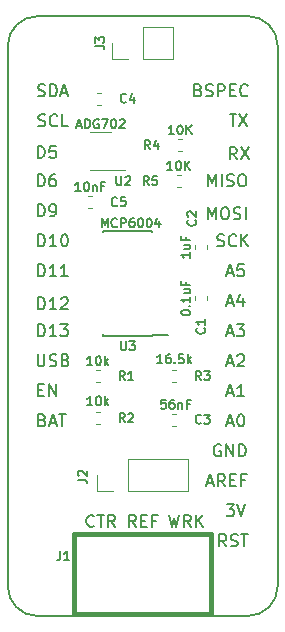
<source format=gbr>
G04 #@! TF.GenerationSoftware,KiCad,Pcbnew,5.0.2-bee76a0~70~ubuntu18.04.1*
G04 #@! TF.CreationDate,2020-02-06T10:53:29-08:00*
G04 #@! TF.ProjectId,potentiostat_featherwing,706f7465-6e74-4696-9f73-7461745f6665,rev?*
G04 #@! TF.SameCoordinates,Original*
G04 #@! TF.FileFunction,Legend,Top*
G04 #@! TF.FilePolarity,Positive*
%FSLAX46Y46*%
G04 Gerber Fmt 4.6, Leading zero omitted, Abs format (unit mm)*
G04 Created by KiCad (PCBNEW 5.0.2-bee76a0~70~ubuntu18.04.1) date Thu 06 Feb 2020 10:53:29 AM PST*
%MOMM*%
%LPD*%
G01*
G04 APERTURE LIST*
%ADD10C,0.203200*%
%ADD11C,0.150000*%
%ADD12C,0.381000*%
%ADD13C,0.120000*%
%ADD14C,0.152400*%
G04 APERTURE END LIST*
D10*
X53031571Y-67642619D02*
X53273476Y-68658619D01*
X53467000Y-67932904D01*
X53660523Y-68658619D01*
X53902428Y-67642619D01*
X54870047Y-68658619D02*
X54531380Y-68174809D01*
X54289476Y-68658619D02*
X54289476Y-67642619D01*
X54676523Y-67642619D01*
X54773285Y-67691000D01*
X54821666Y-67739380D01*
X54870047Y-67836142D01*
X54870047Y-67981285D01*
X54821666Y-68078047D01*
X54773285Y-68126428D01*
X54676523Y-68174809D01*
X54289476Y-68174809D01*
X55305476Y-68658619D02*
X55305476Y-67642619D01*
X55886047Y-68658619D02*
X55450619Y-68078047D01*
X55886047Y-67642619D02*
X55305476Y-68223190D01*
X50219428Y-68658619D02*
X49880761Y-68174809D01*
X49638857Y-68658619D02*
X49638857Y-67642619D01*
X50025904Y-67642619D01*
X50122666Y-67691000D01*
X50171047Y-67739380D01*
X50219428Y-67836142D01*
X50219428Y-67981285D01*
X50171047Y-68078047D01*
X50122666Y-68126428D01*
X50025904Y-68174809D01*
X49638857Y-68174809D01*
X50654857Y-68126428D02*
X50993523Y-68126428D01*
X51138666Y-68658619D02*
X50654857Y-68658619D01*
X50654857Y-67642619D01*
X51138666Y-67642619D01*
X51912761Y-68126428D02*
X51574095Y-68126428D01*
X51574095Y-68658619D02*
X51574095Y-67642619D01*
X52057904Y-67642619D01*
X46663428Y-68561857D02*
X46615047Y-68610238D01*
X46469904Y-68658619D01*
X46373142Y-68658619D01*
X46228000Y-68610238D01*
X46131238Y-68513476D01*
X46082857Y-68416714D01*
X46034476Y-68223190D01*
X46034476Y-68078047D01*
X46082857Y-67884523D01*
X46131238Y-67787761D01*
X46228000Y-67691000D01*
X46373142Y-67642619D01*
X46469904Y-67642619D01*
X46615047Y-67691000D01*
X46663428Y-67739380D01*
X46953714Y-67642619D02*
X47534285Y-67642619D01*
X47244000Y-68658619D02*
X47244000Y-67642619D01*
X48453523Y-68658619D02*
X48114857Y-68174809D01*
X47872952Y-68658619D02*
X47872952Y-67642619D01*
X48260000Y-67642619D01*
X48356761Y-67691000D01*
X48405142Y-67739380D01*
X48453523Y-67836142D01*
X48453523Y-67981285D01*
X48405142Y-68078047D01*
X48356761Y-68126428D01*
X48260000Y-68174809D01*
X47872952Y-68174809D01*
D11*
G04 #@! TO.C,U1*
X39370000Y-27940000D02*
X39370000Y-73660000D01*
X59690000Y-76200000D02*
X41910000Y-76200000D01*
X62230000Y-27940000D02*
X62230000Y-73660000D01*
X59690000Y-25400000D02*
X41910000Y-25400000D01*
X41910000Y-76200000D02*
G75*
G02X39370000Y-73660000I0J2540000D01*
G01*
X62230000Y-73660000D02*
G75*
G02X59690000Y-76200000I-2540000J0D01*
G01*
X59690000Y-25400000D02*
G75*
G02X62230000Y-27940000I0J-2540000D01*
G01*
X39370000Y-27940000D02*
G75*
G02X41910000Y-25400000I2540000J0D01*
G01*
D12*
G04 #@! TO.C,J1*
X45001180Y-69242940D02*
X45001180Y-76045060D01*
X45001180Y-76045060D02*
X56598820Y-76045060D01*
X56598820Y-76045060D02*
X56598820Y-69242940D01*
X56598820Y-69242940D02*
X45001180Y-69242940D01*
D13*
G04 #@! TO.C,C1*
X56263000Y-49104733D02*
X56263000Y-49447267D01*
X55243000Y-49104733D02*
X55243000Y-49447267D01*
G04 #@! TO.C,C2*
X55243000Y-45129267D02*
X55243000Y-44786733D01*
X56263000Y-45129267D02*
X56263000Y-44786733D01*
G04 #@! TO.C,C3*
X53638267Y-59053000D02*
X53295733Y-59053000D01*
X53638267Y-60073000D02*
X53295733Y-60073000D01*
G04 #@! TO.C,C5*
X46526267Y-40638000D02*
X46183733Y-40638000D01*
X46526267Y-41658000D02*
X46183733Y-41658000D01*
G04 #@! TO.C,J2*
X54670000Y-65592000D02*
X54670000Y-62932000D01*
X49530000Y-65592000D02*
X54670000Y-65592000D01*
X49530000Y-62932000D02*
X54670000Y-62932000D01*
X49530000Y-65592000D02*
X49530000Y-62932000D01*
X48260000Y-65592000D02*
X46930000Y-65592000D01*
X46930000Y-65592000D02*
X46930000Y-64262000D01*
G04 #@! TO.C,J3*
X53400000Y-29016000D02*
X53400000Y-26356000D01*
X50800000Y-29016000D02*
X53400000Y-29016000D01*
X50800000Y-26356000D02*
X53400000Y-26356000D01*
X50800000Y-29016000D02*
X50800000Y-26356000D01*
X49530000Y-29016000D02*
X48200000Y-29016000D01*
X48200000Y-29016000D02*
X48200000Y-27686000D01*
G04 #@! TO.C,R1*
X46818733Y-55370000D02*
X47161267Y-55370000D01*
X46818733Y-56390000D02*
X47161267Y-56390000D01*
G04 #@! TO.C,R2*
X47175267Y-58926000D02*
X46832733Y-58926000D01*
X47175267Y-59946000D02*
X46832733Y-59946000D01*
G04 #@! TO.C,R3*
X53638267Y-56390000D02*
X53295733Y-56390000D01*
X53638267Y-55370000D02*
X53295733Y-55370000D01*
G04 #@! TO.C,R4*
X54146267Y-36832000D02*
X53803733Y-36832000D01*
X54146267Y-35812000D02*
X53803733Y-35812000D01*
G04 #@! TO.C,R5*
X53676733Y-39880000D02*
X54019267Y-39880000D01*
X53676733Y-38860000D02*
X54019267Y-38860000D01*
G04 #@! TO.C,U2*
X48144000Y-35220000D02*
X46344000Y-35220000D01*
X46344000Y-38440000D02*
X49294000Y-38440000D01*
D11*
G04 #@! TO.C,U3*
X51605000Y-52431000D02*
X52980000Y-52431000D01*
X51605000Y-43556000D02*
X47455000Y-43556000D01*
X51605000Y-52456000D02*
X47455000Y-52456000D01*
X51605000Y-43556000D02*
X51605000Y-43671000D01*
X47455000Y-43556000D02*
X47455000Y-43671000D01*
X47455000Y-52456000D02*
X47455000Y-52341000D01*
X51605000Y-52456000D02*
X51605000Y-52431000D01*
D13*
G04 #@! TO.C,C4*
X46945733Y-31875000D02*
X47288267Y-31875000D01*
X46945733Y-32895000D02*
X47288267Y-32895000D01*
G04 #@! TO.C,U1*
D10*
X57863619Y-70309619D02*
X57524952Y-69825809D01*
X57283047Y-70309619D02*
X57283047Y-69293619D01*
X57670095Y-69293619D01*
X57766857Y-69342000D01*
X57815238Y-69390380D01*
X57863619Y-69487142D01*
X57863619Y-69632285D01*
X57815238Y-69729047D01*
X57766857Y-69777428D01*
X57670095Y-69825809D01*
X57283047Y-69825809D01*
X58250666Y-70261238D02*
X58395809Y-70309619D01*
X58637714Y-70309619D01*
X58734476Y-70261238D01*
X58782857Y-70212857D01*
X58831238Y-70116095D01*
X58831238Y-70019333D01*
X58782857Y-69922571D01*
X58734476Y-69874190D01*
X58637714Y-69825809D01*
X58444190Y-69777428D01*
X58347428Y-69729047D01*
X58299047Y-69680666D01*
X58250666Y-69583904D01*
X58250666Y-69487142D01*
X58299047Y-69390380D01*
X58347428Y-69342000D01*
X58444190Y-69293619D01*
X58686095Y-69293619D01*
X58831238Y-69342000D01*
X59121523Y-69293619D02*
X59702095Y-69293619D01*
X59411809Y-70309619D02*
X59411809Y-69293619D01*
X57899904Y-66753619D02*
X58528857Y-66753619D01*
X58190190Y-67140666D01*
X58335333Y-67140666D01*
X58432095Y-67189047D01*
X58480476Y-67237428D01*
X58528857Y-67334190D01*
X58528857Y-67576095D01*
X58480476Y-67672857D01*
X58432095Y-67721238D01*
X58335333Y-67769619D01*
X58045047Y-67769619D01*
X57948285Y-67721238D01*
X57899904Y-67672857D01*
X58819142Y-66753619D02*
X59157809Y-67769619D01*
X59496476Y-66753619D01*
X56267047Y-64939333D02*
X56750857Y-64939333D01*
X56170285Y-65229619D02*
X56508952Y-64213619D01*
X56847619Y-65229619D01*
X57766857Y-65229619D02*
X57428190Y-64745809D01*
X57186285Y-65229619D02*
X57186285Y-64213619D01*
X57573333Y-64213619D01*
X57670095Y-64262000D01*
X57718476Y-64310380D01*
X57766857Y-64407142D01*
X57766857Y-64552285D01*
X57718476Y-64649047D01*
X57670095Y-64697428D01*
X57573333Y-64745809D01*
X57186285Y-64745809D01*
X58202285Y-64697428D02*
X58540952Y-64697428D01*
X58686095Y-65229619D02*
X58202285Y-65229619D01*
X58202285Y-64213619D01*
X58686095Y-64213619D01*
X59460190Y-64697428D02*
X59121523Y-64697428D01*
X59121523Y-65229619D02*
X59121523Y-64213619D01*
X59605333Y-64213619D01*
X57391904Y-61722000D02*
X57295142Y-61673619D01*
X57150000Y-61673619D01*
X57004857Y-61722000D01*
X56908095Y-61818761D01*
X56859714Y-61915523D01*
X56811333Y-62109047D01*
X56811333Y-62254190D01*
X56859714Y-62447714D01*
X56908095Y-62544476D01*
X57004857Y-62641238D01*
X57150000Y-62689619D01*
X57246761Y-62689619D01*
X57391904Y-62641238D01*
X57440285Y-62592857D01*
X57440285Y-62254190D01*
X57246761Y-62254190D01*
X57875714Y-62689619D02*
X57875714Y-61673619D01*
X58456285Y-62689619D01*
X58456285Y-61673619D01*
X58940095Y-62689619D02*
X58940095Y-61673619D01*
X59182000Y-61673619D01*
X59327142Y-61722000D01*
X59423904Y-61818761D01*
X59472285Y-61915523D01*
X59520666Y-62109047D01*
X59520666Y-62254190D01*
X59472285Y-62447714D01*
X59423904Y-62544476D01*
X59327142Y-62641238D01*
X59182000Y-62689619D01*
X58940095Y-62689619D01*
X57948285Y-59859333D02*
X58432095Y-59859333D01*
X57851523Y-60149619D02*
X58190190Y-59133619D01*
X58528857Y-60149619D01*
X59061047Y-59133619D02*
X59157809Y-59133619D01*
X59254571Y-59182000D01*
X59302952Y-59230380D01*
X59351333Y-59327142D01*
X59399714Y-59520666D01*
X59399714Y-59762571D01*
X59351333Y-59956095D01*
X59302952Y-60052857D01*
X59254571Y-60101238D01*
X59157809Y-60149619D01*
X59061047Y-60149619D01*
X58964285Y-60101238D01*
X58915904Y-60052857D01*
X58867523Y-59956095D01*
X58819142Y-59762571D01*
X58819142Y-59520666D01*
X58867523Y-59327142D01*
X58915904Y-59230380D01*
X58964285Y-59182000D01*
X59061047Y-59133619D01*
X57948285Y-57319333D02*
X58432095Y-57319333D01*
X57851523Y-57609619D02*
X58190190Y-56593619D01*
X58528857Y-57609619D01*
X59399714Y-57609619D02*
X58819142Y-57609619D01*
X59109428Y-57609619D02*
X59109428Y-56593619D01*
X59012666Y-56738761D01*
X58915904Y-56835523D01*
X58819142Y-56883904D01*
X57948285Y-54779333D02*
X58432095Y-54779333D01*
X57851523Y-55069619D02*
X58190190Y-54053619D01*
X58528857Y-55069619D01*
X58819142Y-54150380D02*
X58867523Y-54102000D01*
X58964285Y-54053619D01*
X59206190Y-54053619D01*
X59302952Y-54102000D01*
X59351333Y-54150380D01*
X59399714Y-54247142D01*
X59399714Y-54343904D01*
X59351333Y-54489047D01*
X58770761Y-55069619D01*
X59399714Y-55069619D01*
X57948285Y-52239333D02*
X58432095Y-52239333D01*
X57851523Y-52529619D02*
X58190190Y-51513619D01*
X58528857Y-52529619D01*
X58770761Y-51513619D02*
X59399714Y-51513619D01*
X59061047Y-51900666D01*
X59206190Y-51900666D01*
X59302952Y-51949047D01*
X59351333Y-51997428D01*
X59399714Y-52094190D01*
X59399714Y-52336095D01*
X59351333Y-52432857D01*
X59302952Y-52481238D01*
X59206190Y-52529619D01*
X58915904Y-52529619D01*
X58819142Y-52481238D01*
X58770761Y-52432857D01*
X57948285Y-49699333D02*
X58432095Y-49699333D01*
X57851523Y-49989619D02*
X58190190Y-48973619D01*
X58528857Y-49989619D01*
X59302952Y-49312285D02*
X59302952Y-49989619D01*
X59061047Y-48925238D02*
X58819142Y-49650952D01*
X59448095Y-49650952D01*
X57948285Y-47159333D02*
X58432095Y-47159333D01*
X57851523Y-47449619D02*
X58190190Y-46433619D01*
X58528857Y-47449619D01*
X59351333Y-46433619D02*
X58867523Y-46433619D01*
X58819142Y-46917428D01*
X58867523Y-46869047D01*
X58964285Y-46820666D01*
X59206190Y-46820666D01*
X59302952Y-46869047D01*
X59351333Y-46917428D01*
X59399714Y-47014190D01*
X59399714Y-47256095D01*
X59351333Y-47352857D01*
X59302952Y-47401238D01*
X59206190Y-47449619D01*
X58964285Y-47449619D01*
X58867523Y-47401238D01*
X58819142Y-47352857D01*
X57113714Y-44861238D02*
X57258857Y-44909619D01*
X57500761Y-44909619D01*
X57597523Y-44861238D01*
X57645904Y-44812857D01*
X57694285Y-44716095D01*
X57694285Y-44619333D01*
X57645904Y-44522571D01*
X57597523Y-44474190D01*
X57500761Y-44425809D01*
X57307238Y-44377428D01*
X57210476Y-44329047D01*
X57162095Y-44280666D01*
X57113714Y-44183904D01*
X57113714Y-44087142D01*
X57162095Y-43990380D01*
X57210476Y-43942000D01*
X57307238Y-43893619D01*
X57549142Y-43893619D01*
X57694285Y-43942000D01*
X58710285Y-44812857D02*
X58661904Y-44861238D01*
X58516761Y-44909619D01*
X58420000Y-44909619D01*
X58274857Y-44861238D01*
X58178095Y-44764476D01*
X58129714Y-44667714D01*
X58081333Y-44474190D01*
X58081333Y-44329047D01*
X58129714Y-44135523D01*
X58178095Y-44038761D01*
X58274857Y-43942000D01*
X58420000Y-43893619D01*
X58516761Y-43893619D01*
X58661904Y-43942000D01*
X58710285Y-43990380D01*
X59145714Y-44909619D02*
X59145714Y-43893619D01*
X59726285Y-44909619D02*
X59290857Y-44329047D01*
X59726285Y-43893619D02*
X59145714Y-44474190D01*
X56315428Y-42623619D02*
X56315428Y-41607619D01*
X56654095Y-42333333D01*
X56992761Y-41607619D01*
X56992761Y-42623619D01*
X57670095Y-41607619D02*
X57863619Y-41607619D01*
X57960380Y-41656000D01*
X58057142Y-41752761D01*
X58105523Y-41946285D01*
X58105523Y-42284952D01*
X58057142Y-42478476D01*
X57960380Y-42575238D01*
X57863619Y-42623619D01*
X57670095Y-42623619D01*
X57573333Y-42575238D01*
X57476571Y-42478476D01*
X57428190Y-42284952D01*
X57428190Y-41946285D01*
X57476571Y-41752761D01*
X57573333Y-41656000D01*
X57670095Y-41607619D01*
X58492571Y-42575238D02*
X58637714Y-42623619D01*
X58879619Y-42623619D01*
X58976380Y-42575238D01*
X59024761Y-42526857D01*
X59073142Y-42430095D01*
X59073142Y-42333333D01*
X59024761Y-42236571D01*
X58976380Y-42188190D01*
X58879619Y-42139809D01*
X58686095Y-42091428D01*
X58589333Y-42043047D01*
X58540952Y-41994666D01*
X58492571Y-41897904D01*
X58492571Y-41801142D01*
X58540952Y-41704380D01*
X58589333Y-41656000D01*
X58686095Y-41607619D01*
X58928000Y-41607619D01*
X59073142Y-41656000D01*
X59508571Y-42623619D02*
X59508571Y-41607619D01*
X56315428Y-39829619D02*
X56315428Y-38813619D01*
X56654095Y-39539333D01*
X56992761Y-38813619D01*
X56992761Y-39829619D01*
X57476571Y-39829619D02*
X57476571Y-38813619D01*
X57912000Y-39781238D02*
X58057142Y-39829619D01*
X58299047Y-39829619D01*
X58395809Y-39781238D01*
X58444190Y-39732857D01*
X58492571Y-39636095D01*
X58492571Y-39539333D01*
X58444190Y-39442571D01*
X58395809Y-39394190D01*
X58299047Y-39345809D01*
X58105523Y-39297428D01*
X58008761Y-39249047D01*
X57960380Y-39200666D01*
X57912000Y-39103904D01*
X57912000Y-39007142D01*
X57960380Y-38910380D01*
X58008761Y-38862000D01*
X58105523Y-38813619D01*
X58347428Y-38813619D01*
X58492571Y-38862000D01*
X59121523Y-38813619D02*
X59315047Y-38813619D01*
X59411809Y-38862000D01*
X59508571Y-38958761D01*
X59556952Y-39152285D01*
X59556952Y-39490952D01*
X59508571Y-39684476D01*
X59411809Y-39781238D01*
X59315047Y-39829619D01*
X59121523Y-39829619D01*
X59024761Y-39781238D01*
X58927999Y-39684476D01*
X58879619Y-39490952D01*
X58879619Y-39152285D01*
X58927999Y-38958761D01*
X59024761Y-38862000D01*
X59121523Y-38813619D01*
X58758666Y-37543619D02*
X58420000Y-37059809D01*
X58178095Y-37543619D02*
X58178095Y-36527619D01*
X58565142Y-36527619D01*
X58661904Y-36576000D01*
X58710285Y-36624380D01*
X58758666Y-36721142D01*
X58758666Y-36866285D01*
X58710285Y-36963047D01*
X58661904Y-37011428D01*
X58565142Y-37059809D01*
X58178095Y-37059809D01*
X59097333Y-36527619D02*
X59774666Y-37543619D01*
X59774666Y-36527619D02*
X59097333Y-37543619D01*
X58153904Y-33733619D02*
X58734476Y-33733619D01*
X58444190Y-34749619D02*
X58444190Y-33733619D01*
X58976380Y-33733619D02*
X59653714Y-34749619D01*
X59653714Y-33733619D02*
X58976380Y-34749619D01*
X55517142Y-31677428D02*
X55662285Y-31725809D01*
X55710666Y-31774190D01*
X55759047Y-31870952D01*
X55759047Y-32016095D01*
X55710666Y-32112857D01*
X55662285Y-32161238D01*
X55565523Y-32209619D01*
X55178476Y-32209619D01*
X55178476Y-31193619D01*
X55517142Y-31193619D01*
X55613904Y-31242000D01*
X55662285Y-31290380D01*
X55710666Y-31387142D01*
X55710666Y-31483904D01*
X55662285Y-31580666D01*
X55613904Y-31629047D01*
X55517142Y-31677428D01*
X55178476Y-31677428D01*
X56146095Y-32161238D02*
X56291238Y-32209619D01*
X56533142Y-32209619D01*
X56629904Y-32161238D01*
X56678285Y-32112857D01*
X56726666Y-32016095D01*
X56726666Y-31919333D01*
X56678285Y-31822571D01*
X56629904Y-31774190D01*
X56533142Y-31725809D01*
X56339619Y-31677428D01*
X56242857Y-31629047D01*
X56194476Y-31580666D01*
X56146095Y-31483904D01*
X56146095Y-31387142D01*
X56194476Y-31290380D01*
X56242857Y-31242000D01*
X56339619Y-31193619D01*
X56581523Y-31193619D01*
X56726666Y-31242000D01*
X57162095Y-32209619D02*
X57162095Y-31193619D01*
X57549142Y-31193619D01*
X57645904Y-31242000D01*
X57694285Y-31290380D01*
X57742666Y-31387142D01*
X57742666Y-31532285D01*
X57694285Y-31629047D01*
X57645904Y-31677428D01*
X57549142Y-31725809D01*
X57162095Y-31725809D01*
X58178095Y-31677428D02*
X58516761Y-31677428D01*
X58661904Y-32209619D02*
X58178095Y-32209619D01*
X58178095Y-31193619D01*
X58661904Y-31193619D01*
X59677904Y-32112857D02*
X59629523Y-32161238D01*
X59484380Y-32209619D01*
X59387619Y-32209619D01*
X59242476Y-32161238D01*
X59145714Y-32064476D01*
X59097333Y-31967714D01*
X59048952Y-31774190D01*
X59048952Y-31629047D01*
X59097333Y-31435523D01*
X59145714Y-31338761D01*
X59242476Y-31242000D01*
X59387619Y-31193619D01*
X59484380Y-31193619D01*
X59629523Y-31242000D01*
X59677904Y-31290380D01*
X42303095Y-59617428D02*
X42448238Y-59665809D01*
X42496619Y-59714190D01*
X42545000Y-59810952D01*
X42545000Y-59956095D01*
X42496619Y-60052857D01*
X42448238Y-60101238D01*
X42351476Y-60149619D01*
X41964428Y-60149619D01*
X41964428Y-59133619D01*
X42303095Y-59133619D01*
X42399857Y-59182000D01*
X42448238Y-59230380D01*
X42496619Y-59327142D01*
X42496619Y-59423904D01*
X42448238Y-59520666D01*
X42399857Y-59569047D01*
X42303095Y-59617428D01*
X41964428Y-59617428D01*
X42932047Y-59859333D02*
X43415857Y-59859333D01*
X42835285Y-60149619D02*
X43173952Y-59133619D01*
X43512619Y-60149619D01*
X43706142Y-59133619D02*
X44286714Y-59133619D01*
X43996428Y-60149619D02*
X43996428Y-59133619D01*
X41922095Y-57077428D02*
X42260761Y-57077428D01*
X42405904Y-57609619D02*
X41922095Y-57609619D01*
X41922095Y-56593619D01*
X42405904Y-56593619D01*
X42841333Y-57609619D02*
X42841333Y-56593619D01*
X43421904Y-57609619D01*
X43421904Y-56593619D01*
X41897904Y-54053619D02*
X41897904Y-54876095D01*
X41946285Y-54972857D01*
X41994666Y-55021238D01*
X42091428Y-55069619D01*
X42284952Y-55069619D01*
X42381714Y-55021238D01*
X42430095Y-54972857D01*
X42478476Y-54876095D01*
X42478476Y-54053619D01*
X42913904Y-55021238D02*
X43059047Y-55069619D01*
X43300952Y-55069619D01*
X43397714Y-55021238D01*
X43446095Y-54972857D01*
X43494476Y-54876095D01*
X43494476Y-54779333D01*
X43446095Y-54682571D01*
X43397714Y-54634190D01*
X43300952Y-54585809D01*
X43107428Y-54537428D01*
X43010666Y-54489047D01*
X42962285Y-54440666D01*
X42913904Y-54343904D01*
X42913904Y-54247142D01*
X42962285Y-54150380D01*
X43010666Y-54102000D01*
X43107428Y-54053619D01*
X43349333Y-54053619D01*
X43494476Y-54102000D01*
X44268571Y-54537428D02*
X44413714Y-54585809D01*
X44462095Y-54634190D01*
X44510476Y-54730952D01*
X44510476Y-54876095D01*
X44462095Y-54972857D01*
X44413714Y-55021238D01*
X44316952Y-55069619D01*
X43929904Y-55069619D01*
X43929904Y-54053619D01*
X44268571Y-54053619D01*
X44365333Y-54102000D01*
X44413714Y-54150380D01*
X44462095Y-54247142D01*
X44462095Y-54343904D01*
X44413714Y-54440666D01*
X44365333Y-54489047D01*
X44268571Y-54537428D01*
X43929904Y-54537428D01*
X41946285Y-52529619D02*
X41946285Y-51513619D01*
X42188190Y-51513619D01*
X42333333Y-51562000D01*
X42430095Y-51658761D01*
X42478476Y-51755523D01*
X42526857Y-51949047D01*
X42526857Y-52094190D01*
X42478476Y-52287714D01*
X42430095Y-52384476D01*
X42333333Y-52481238D01*
X42188190Y-52529619D01*
X41946285Y-52529619D01*
X43494476Y-52529619D02*
X42913904Y-52529619D01*
X43204190Y-52529619D02*
X43204190Y-51513619D01*
X43107428Y-51658761D01*
X43010666Y-51755523D01*
X42913904Y-51803904D01*
X43833142Y-51513619D02*
X44462095Y-51513619D01*
X44123428Y-51900666D01*
X44268571Y-51900666D01*
X44365333Y-51949047D01*
X44413714Y-51997428D01*
X44462095Y-52094190D01*
X44462095Y-52336095D01*
X44413714Y-52432857D01*
X44365333Y-52481238D01*
X44268571Y-52529619D01*
X43978285Y-52529619D01*
X43881523Y-52481238D01*
X43833142Y-52432857D01*
X41946285Y-50243619D02*
X41946285Y-49227619D01*
X42188190Y-49227619D01*
X42333333Y-49276000D01*
X42430095Y-49372761D01*
X42478476Y-49469523D01*
X42526857Y-49663047D01*
X42526857Y-49808190D01*
X42478476Y-50001714D01*
X42430095Y-50098476D01*
X42333333Y-50195238D01*
X42188190Y-50243619D01*
X41946285Y-50243619D01*
X43494476Y-50243619D02*
X42913904Y-50243619D01*
X43204190Y-50243619D02*
X43204190Y-49227619D01*
X43107428Y-49372761D01*
X43010666Y-49469523D01*
X42913904Y-49517904D01*
X43881523Y-49324380D02*
X43929904Y-49276000D01*
X44026666Y-49227619D01*
X44268571Y-49227619D01*
X44365333Y-49276000D01*
X44413714Y-49324380D01*
X44462095Y-49421142D01*
X44462095Y-49517904D01*
X44413714Y-49663047D01*
X43833142Y-50243619D01*
X44462095Y-50243619D01*
X41946285Y-47449619D02*
X41946285Y-46433619D01*
X42188190Y-46433619D01*
X42333333Y-46482000D01*
X42430095Y-46578761D01*
X42478476Y-46675523D01*
X42526857Y-46869047D01*
X42526857Y-47014190D01*
X42478476Y-47207714D01*
X42430095Y-47304476D01*
X42333333Y-47401238D01*
X42188190Y-47449619D01*
X41946285Y-47449619D01*
X43494476Y-47449619D02*
X42913904Y-47449619D01*
X43204190Y-47449619D02*
X43204190Y-46433619D01*
X43107428Y-46578761D01*
X43010666Y-46675523D01*
X42913904Y-46723904D01*
X44462095Y-47449619D02*
X43881523Y-47449619D01*
X44171809Y-47449619D02*
X44171809Y-46433619D01*
X44075047Y-46578761D01*
X43978285Y-46675523D01*
X43881523Y-46723904D01*
X41946285Y-44909619D02*
X41946285Y-43893619D01*
X42188190Y-43893619D01*
X42333333Y-43942000D01*
X42430095Y-44038761D01*
X42478476Y-44135523D01*
X42526857Y-44329047D01*
X42526857Y-44474190D01*
X42478476Y-44667714D01*
X42430095Y-44764476D01*
X42333333Y-44861238D01*
X42188190Y-44909619D01*
X41946285Y-44909619D01*
X43494476Y-44909619D02*
X42913904Y-44909619D01*
X43204190Y-44909619D02*
X43204190Y-43893619D01*
X43107428Y-44038761D01*
X43010666Y-44135523D01*
X42913904Y-44183904D01*
X44123428Y-43893619D02*
X44220190Y-43893619D01*
X44316952Y-43942000D01*
X44365333Y-43990380D01*
X44413714Y-44087142D01*
X44462095Y-44280666D01*
X44462095Y-44522571D01*
X44413714Y-44716095D01*
X44365333Y-44812857D01*
X44316952Y-44861238D01*
X44220190Y-44909619D01*
X44123428Y-44909619D01*
X44026666Y-44861238D01*
X43978285Y-44812857D01*
X43929904Y-44716095D01*
X43881523Y-44522571D01*
X43881523Y-44280666D01*
X43929904Y-44087142D01*
X43978285Y-43990380D01*
X44026666Y-43942000D01*
X44123428Y-43893619D01*
X41922095Y-42369619D02*
X41922095Y-41353619D01*
X42164000Y-41353619D01*
X42309142Y-41402000D01*
X42405904Y-41498761D01*
X42454285Y-41595523D01*
X42502666Y-41789047D01*
X42502666Y-41934190D01*
X42454285Y-42127714D01*
X42405904Y-42224476D01*
X42309142Y-42321238D01*
X42164000Y-42369619D01*
X41922095Y-42369619D01*
X42986476Y-42369619D02*
X43180000Y-42369619D01*
X43276761Y-42321238D01*
X43325142Y-42272857D01*
X43421904Y-42127714D01*
X43470285Y-41934190D01*
X43470285Y-41547142D01*
X43421904Y-41450380D01*
X43373523Y-41402000D01*
X43276761Y-41353619D01*
X43083238Y-41353619D01*
X42986476Y-41402000D01*
X42938095Y-41450380D01*
X42889714Y-41547142D01*
X42889714Y-41789047D01*
X42938095Y-41885809D01*
X42986476Y-41934190D01*
X43083238Y-41982571D01*
X43276761Y-41982571D01*
X43373523Y-41934190D01*
X43421904Y-41885809D01*
X43470285Y-41789047D01*
X41922095Y-39829619D02*
X41922095Y-38813619D01*
X42164000Y-38813619D01*
X42309142Y-38862000D01*
X42405904Y-38958761D01*
X42454285Y-39055523D01*
X42502666Y-39249047D01*
X42502666Y-39394190D01*
X42454285Y-39587714D01*
X42405904Y-39684476D01*
X42309142Y-39781238D01*
X42164000Y-39829619D01*
X41922095Y-39829619D01*
X43373523Y-38813619D02*
X43180000Y-38813619D01*
X43083238Y-38862000D01*
X43034857Y-38910380D01*
X42938095Y-39055523D01*
X42889714Y-39249047D01*
X42889714Y-39636095D01*
X42938095Y-39732857D01*
X42986476Y-39781238D01*
X43083238Y-39829619D01*
X43276761Y-39829619D01*
X43373523Y-39781238D01*
X43421904Y-39732857D01*
X43470285Y-39636095D01*
X43470285Y-39394190D01*
X43421904Y-39297428D01*
X43373523Y-39249047D01*
X43276761Y-39200666D01*
X43083238Y-39200666D01*
X42986476Y-39249047D01*
X42938095Y-39297428D01*
X42889714Y-39394190D01*
X41922095Y-37416619D02*
X41922095Y-36400619D01*
X42164000Y-36400619D01*
X42309142Y-36449000D01*
X42405904Y-36545761D01*
X42454285Y-36642523D01*
X42502666Y-36836047D01*
X42502666Y-36981190D01*
X42454285Y-37174714D01*
X42405904Y-37271476D01*
X42309142Y-37368238D01*
X42164000Y-37416619D01*
X41922095Y-37416619D01*
X43421904Y-36400619D02*
X42938095Y-36400619D01*
X42889714Y-36884428D01*
X42938095Y-36836047D01*
X43034857Y-36787666D01*
X43276761Y-36787666D01*
X43373523Y-36836047D01*
X43421904Y-36884428D01*
X43470285Y-36981190D01*
X43470285Y-37223095D01*
X43421904Y-37319857D01*
X43373523Y-37368238D01*
X43276761Y-37416619D01*
X43034857Y-37416619D01*
X42938095Y-37368238D01*
X42889714Y-37319857D01*
X41970476Y-34701238D02*
X42115619Y-34749619D01*
X42357523Y-34749619D01*
X42454285Y-34701238D01*
X42502666Y-34652857D01*
X42551047Y-34556095D01*
X42551047Y-34459333D01*
X42502666Y-34362571D01*
X42454285Y-34314190D01*
X42357523Y-34265809D01*
X42164000Y-34217428D01*
X42067238Y-34169047D01*
X42018857Y-34120666D01*
X41970476Y-34023904D01*
X41970476Y-33927142D01*
X42018857Y-33830380D01*
X42067238Y-33782000D01*
X42164000Y-33733619D01*
X42405904Y-33733619D01*
X42551047Y-33782000D01*
X43567047Y-34652857D02*
X43518666Y-34701238D01*
X43373523Y-34749619D01*
X43276761Y-34749619D01*
X43131619Y-34701238D01*
X43034857Y-34604476D01*
X42986476Y-34507714D01*
X42938095Y-34314190D01*
X42938095Y-34169047D01*
X42986476Y-33975523D01*
X43034857Y-33878761D01*
X43131619Y-33782000D01*
X43276761Y-33733619D01*
X43373523Y-33733619D01*
X43518666Y-33782000D01*
X43567047Y-33830380D01*
X44486285Y-34749619D02*
X44002476Y-34749619D01*
X44002476Y-33733619D01*
X41946285Y-32161238D02*
X42091428Y-32209619D01*
X42333333Y-32209619D01*
X42430095Y-32161238D01*
X42478476Y-32112857D01*
X42526857Y-32016095D01*
X42526857Y-31919333D01*
X42478476Y-31822571D01*
X42430095Y-31774190D01*
X42333333Y-31725809D01*
X42139809Y-31677428D01*
X42043047Y-31629047D01*
X41994666Y-31580666D01*
X41946285Y-31483904D01*
X41946285Y-31387142D01*
X41994666Y-31290380D01*
X42043047Y-31242000D01*
X42139809Y-31193619D01*
X42381714Y-31193619D01*
X42526857Y-31242000D01*
X42962285Y-32209619D02*
X42962285Y-31193619D01*
X43204190Y-31193619D01*
X43349333Y-31242000D01*
X43446095Y-31338761D01*
X43494476Y-31435523D01*
X43542857Y-31629047D01*
X43542857Y-31774190D01*
X43494476Y-31967714D01*
X43446095Y-32064476D01*
X43349333Y-32161238D01*
X43204190Y-32209619D01*
X42962285Y-32209619D01*
X43929904Y-31919333D02*
X44413714Y-31919333D01*
X43833142Y-32209619D02*
X44171809Y-31193619D01*
X44510476Y-32209619D01*
G04 #@! TO.C,J1*
D14*
X43815000Y-70702714D02*
X43815000Y-71247000D01*
X43778714Y-71355857D01*
X43706142Y-71428428D01*
X43597285Y-71464714D01*
X43524714Y-71464714D01*
X44577000Y-71464714D02*
X44141571Y-71464714D01*
X44359285Y-71464714D02*
X44359285Y-70702714D01*
X44286714Y-70811571D01*
X44214142Y-70884142D01*
X44141571Y-70920428D01*
G04 #@! TO.C,C1*
X56025142Y-51816000D02*
X56061428Y-51852285D01*
X56097714Y-51961142D01*
X56097714Y-52033714D01*
X56061428Y-52142571D01*
X55988857Y-52215142D01*
X55916285Y-52251428D01*
X55771142Y-52287714D01*
X55662285Y-52287714D01*
X55517142Y-52251428D01*
X55444571Y-52215142D01*
X55372000Y-52142571D01*
X55335714Y-52033714D01*
X55335714Y-51961142D01*
X55372000Y-51852285D01*
X55408285Y-51816000D01*
X56097714Y-51090285D02*
X56097714Y-51525714D01*
X56097714Y-51308000D02*
X55335714Y-51308000D01*
X55444571Y-51380571D01*
X55517142Y-51453142D01*
X55553428Y-51525714D01*
X54065714Y-50527857D02*
X54065714Y-50455285D01*
X54102000Y-50382714D01*
X54138285Y-50346428D01*
X54210857Y-50310142D01*
X54356000Y-50273857D01*
X54537428Y-50273857D01*
X54682571Y-50310142D01*
X54755142Y-50346428D01*
X54791428Y-50382714D01*
X54827714Y-50455285D01*
X54827714Y-50527857D01*
X54791428Y-50600428D01*
X54755142Y-50636714D01*
X54682571Y-50673000D01*
X54537428Y-50709285D01*
X54356000Y-50709285D01*
X54210857Y-50673000D01*
X54138285Y-50636714D01*
X54102000Y-50600428D01*
X54065714Y-50527857D01*
X54755142Y-49947285D02*
X54791428Y-49911000D01*
X54827714Y-49947285D01*
X54791428Y-49983571D01*
X54755142Y-49947285D01*
X54827714Y-49947285D01*
X54827714Y-49185285D02*
X54827714Y-49620714D01*
X54827714Y-49403000D02*
X54065714Y-49403000D01*
X54174571Y-49475571D01*
X54247142Y-49548142D01*
X54283428Y-49620714D01*
X54319714Y-48532142D02*
X54827714Y-48532142D01*
X54319714Y-48858714D02*
X54718857Y-48858714D01*
X54791428Y-48822428D01*
X54827714Y-48749857D01*
X54827714Y-48641000D01*
X54791428Y-48568428D01*
X54755142Y-48532142D01*
X54428571Y-47915285D02*
X54428571Y-48169285D01*
X54827714Y-48169285D02*
X54065714Y-48169285D01*
X54065714Y-47806428D01*
G04 #@! TO.C,C2*
X55263142Y-42672000D02*
X55299428Y-42708285D01*
X55335714Y-42817142D01*
X55335714Y-42889714D01*
X55299428Y-42998571D01*
X55226857Y-43071142D01*
X55154285Y-43107428D01*
X55009142Y-43143714D01*
X54900285Y-43143714D01*
X54755142Y-43107428D01*
X54682571Y-43071142D01*
X54610000Y-42998571D01*
X54573714Y-42889714D01*
X54573714Y-42817142D01*
X54610000Y-42708285D01*
X54646285Y-42672000D01*
X54646285Y-42381714D02*
X54610000Y-42345428D01*
X54573714Y-42272857D01*
X54573714Y-42091428D01*
X54610000Y-42018857D01*
X54646285Y-41982571D01*
X54718857Y-41946285D01*
X54791428Y-41946285D01*
X54900285Y-41982571D01*
X55335714Y-42418000D01*
X55335714Y-41946285D01*
X54827714Y-45411571D02*
X54827714Y-45847000D01*
X54827714Y-45629285D02*
X54065714Y-45629285D01*
X54174571Y-45701857D01*
X54247142Y-45774428D01*
X54283428Y-45847000D01*
X54319714Y-44758428D02*
X54827714Y-44758428D01*
X54319714Y-45085000D02*
X54718857Y-45085000D01*
X54791428Y-45048714D01*
X54827714Y-44976142D01*
X54827714Y-44867285D01*
X54791428Y-44794714D01*
X54755142Y-44758428D01*
X54428571Y-44141571D02*
X54428571Y-44395571D01*
X54827714Y-44395571D02*
X54065714Y-44395571D01*
X54065714Y-44032714D01*
G04 #@! TO.C,C3*
X55753000Y-59835142D02*
X55716714Y-59871428D01*
X55607857Y-59907714D01*
X55535285Y-59907714D01*
X55426428Y-59871428D01*
X55353857Y-59798857D01*
X55317571Y-59726285D01*
X55281285Y-59581142D01*
X55281285Y-59472285D01*
X55317571Y-59327142D01*
X55353857Y-59254571D01*
X55426428Y-59182000D01*
X55535285Y-59145714D01*
X55607857Y-59145714D01*
X55716714Y-59182000D01*
X55753000Y-59218285D01*
X56007000Y-59145714D02*
X56478714Y-59145714D01*
X56224714Y-59436000D01*
X56333571Y-59436000D01*
X56406142Y-59472285D01*
X56442428Y-59508571D01*
X56478714Y-59581142D01*
X56478714Y-59762571D01*
X56442428Y-59835142D01*
X56406142Y-59871428D01*
X56333571Y-59907714D01*
X56115857Y-59907714D01*
X56043285Y-59871428D01*
X56007000Y-59835142D01*
X52741285Y-57875714D02*
X52378428Y-57875714D01*
X52342142Y-58238571D01*
X52378428Y-58202285D01*
X52451000Y-58166000D01*
X52632428Y-58166000D01*
X52705000Y-58202285D01*
X52741285Y-58238571D01*
X52777571Y-58311142D01*
X52777571Y-58492571D01*
X52741285Y-58565142D01*
X52705000Y-58601428D01*
X52632428Y-58637714D01*
X52451000Y-58637714D01*
X52378428Y-58601428D01*
X52342142Y-58565142D01*
X53430714Y-57875714D02*
X53285571Y-57875714D01*
X53213000Y-57912000D01*
X53176714Y-57948285D01*
X53104142Y-58057142D01*
X53067857Y-58202285D01*
X53067857Y-58492571D01*
X53104142Y-58565142D01*
X53140428Y-58601428D01*
X53213000Y-58637714D01*
X53358142Y-58637714D01*
X53430714Y-58601428D01*
X53467000Y-58565142D01*
X53503285Y-58492571D01*
X53503285Y-58311142D01*
X53467000Y-58238571D01*
X53430714Y-58202285D01*
X53358142Y-58166000D01*
X53213000Y-58166000D01*
X53140428Y-58202285D01*
X53104142Y-58238571D01*
X53067857Y-58311142D01*
X53829857Y-58129714D02*
X53829857Y-58637714D01*
X53829857Y-58202285D02*
X53866142Y-58166000D01*
X53938714Y-58129714D01*
X54047571Y-58129714D01*
X54120142Y-58166000D01*
X54156428Y-58238571D01*
X54156428Y-58637714D01*
X54773285Y-58238571D02*
X54519285Y-58238571D01*
X54519285Y-58637714D02*
X54519285Y-57875714D01*
X54882142Y-57875714D01*
G04 #@! TO.C,C5*
X48641000Y-41420142D02*
X48604714Y-41456428D01*
X48495857Y-41492714D01*
X48423285Y-41492714D01*
X48314428Y-41456428D01*
X48241857Y-41383857D01*
X48205571Y-41311285D01*
X48169285Y-41166142D01*
X48169285Y-41057285D01*
X48205571Y-40912142D01*
X48241857Y-40839571D01*
X48314428Y-40767000D01*
X48423285Y-40730714D01*
X48495857Y-40730714D01*
X48604714Y-40767000D01*
X48641000Y-40803285D01*
X49330428Y-40730714D02*
X48967571Y-40730714D01*
X48931285Y-41093571D01*
X48967571Y-41057285D01*
X49040142Y-41021000D01*
X49221571Y-41021000D01*
X49294142Y-41057285D01*
X49330428Y-41093571D01*
X49366714Y-41166142D01*
X49366714Y-41347571D01*
X49330428Y-41420142D01*
X49294142Y-41456428D01*
X49221571Y-41492714D01*
X49040142Y-41492714D01*
X48967571Y-41456428D01*
X48931285Y-41420142D01*
X45538571Y-40222714D02*
X45103142Y-40222714D01*
X45320857Y-40222714D02*
X45320857Y-39460714D01*
X45248285Y-39569571D01*
X45175714Y-39642142D01*
X45103142Y-39678428D01*
X46010285Y-39460714D02*
X46082857Y-39460714D01*
X46155428Y-39497000D01*
X46191714Y-39533285D01*
X46228000Y-39605857D01*
X46264285Y-39751000D01*
X46264285Y-39932428D01*
X46228000Y-40077571D01*
X46191714Y-40150142D01*
X46155428Y-40186428D01*
X46082857Y-40222714D01*
X46010285Y-40222714D01*
X45937714Y-40186428D01*
X45901428Y-40150142D01*
X45865142Y-40077571D01*
X45828857Y-39932428D01*
X45828857Y-39751000D01*
X45865142Y-39605857D01*
X45901428Y-39533285D01*
X45937714Y-39497000D01*
X46010285Y-39460714D01*
X46590857Y-39714714D02*
X46590857Y-40222714D01*
X46590857Y-39787285D02*
X46627142Y-39751000D01*
X46699714Y-39714714D01*
X46808571Y-39714714D01*
X46881142Y-39751000D01*
X46917428Y-39823571D01*
X46917428Y-40222714D01*
X47534285Y-39823571D02*
X47280285Y-39823571D01*
X47280285Y-40222714D02*
X47280285Y-39460714D01*
X47643142Y-39460714D01*
G04 #@! TO.C,J2*
X45302714Y-64643000D02*
X45847000Y-64643000D01*
X45955857Y-64679285D01*
X46028428Y-64751857D01*
X46064714Y-64860714D01*
X46064714Y-64933285D01*
X45375285Y-64316428D02*
X45339000Y-64280142D01*
X45302714Y-64207571D01*
X45302714Y-64026142D01*
X45339000Y-63953571D01*
X45375285Y-63917285D01*
X45447857Y-63881000D01*
X45520428Y-63881000D01*
X45629285Y-63917285D01*
X46064714Y-64352714D01*
X46064714Y-63881000D01*
G04 #@! TO.C,J3*
X46782714Y-27940000D02*
X47327000Y-27940000D01*
X47435857Y-27976285D01*
X47508428Y-28048857D01*
X47544714Y-28157714D01*
X47544714Y-28230285D01*
X46782714Y-27649714D02*
X46782714Y-27178000D01*
X47073000Y-27432000D01*
X47073000Y-27323142D01*
X47109285Y-27250571D01*
X47145571Y-27214285D01*
X47218142Y-27178000D01*
X47399571Y-27178000D01*
X47472142Y-27214285D01*
X47508428Y-27250571D01*
X47544714Y-27323142D01*
X47544714Y-27540857D01*
X47508428Y-27613428D01*
X47472142Y-27649714D01*
G04 #@! TO.C,R1*
X49276000Y-56224714D02*
X49022000Y-55861857D01*
X48840571Y-56224714D02*
X48840571Y-55462714D01*
X49130857Y-55462714D01*
X49203428Y-55499000D01*
X49239714Y-55535285D01*
X49276000Y-55607857D01*
X49276000Y-55716714D01*
X49239714Y-55789285D01*
X49203428Y-55825571D01*
X49130857Y-55861857D01*
X48840571Y-55861857D01*
X50001714Y-56224714D02*
X49566285Y-56224714D01*
X49784000Y-56224714D02*
X49784000Y-55462714D01*
X49711428Y-55571571D01*
X49638857Y-55644142D01*
X49566285Y-55680428D01*
X46536428Y-54954714D02*
X46101000Y-54954714D01*
X46318714Y-54954714D02*
X46318714Y-54192714D01*
X46246142Y-54301571D01*
X46173571Y-54374142D01*
X46101000Y-54410428D01*
X47008142Y-54192714D02*
X47080714Y-54192714D01*
X47153285Y-54229000D01*
X47189571Y-54265285D01*
X47225857Y-54337857D01*
X47262142Y-54483000D01*
X47262142Y-54664428D01*
X47225857Y-54809571D01*
X47189571Y-54882142D01*
X47153285Y-54918428D01*
X47080714Y-54954714D01*
X47008142Y-54954714D01*
X46935571Y-54918428D01*
X46899285Y-54882142D01*
X46863000Y-54809571D01*
X46826714Y-54664428D01*
X46826714Y-54483000D01*
X46863000Y-54337857D01*
X46899285Y-54265285D01*
X46935571Y-54229000D01*
X47008142Y-54192714D01*
X47588714Y-54954714D02*
X47588714Y-54192714D01*
X47661285Y-54664428D02*
X47879000Y-54954714D01*
X47879000Y-54446714D02*
X47588714Y-54737000D01*
G04 #@! TO.C,R2*
X49276000Y-59780714D02*
X49022000Y-59417857D01*
X48840571Y-59780714D02*
X48840571Y-59018714D01*
X49130857Y-59018714D01*
X49203428Y-59055000D01*
X49239714Y-59091285D01*
X49276000Y-59163857D01*
X49276000Y-59272714D01*
X49239714Y-59345285D01*
X49203428Y-59381571D01*
X49130857Y-59417857D01*
X48840571Y-59417857D01*
X49566285Y-59091285D02*
X49602571Y-59055000D01*
X49675142Y-59018714D01*
X49856571Y-59018714D01*
X49929142Y-59055000D01*
X49965428Y-59091285D01*
X50001714Y-59163857D01*
X50001714Y-59236428D01*
X49965428Y-59345285D01*
X49530000Y-59780714D01*
X50001714Y-59780714D01*
X46550428Y-58350714D02*
X46115000Y-58350714D01*
X46332714Y-58350714D02*
X46332714Y-57588714D01*
X46260142Y-57697571D01*
X46187571Y-57770142D01*
X46115000Y-57806428D01*
X47022142Y-57588714D02*
X47094714Y-57588714D01*
X47167285Y-57625000D01*
X47203571Y-57661285D01*
X47239857Y-57733857D01*
X47276142Y-57879000D01*
X47276142Y-58060428D01*
X47239857Y-58205571D01*
X47203571Y-58278142D01*
X47167285Y-58314428D01*
X47094714Y-58350714D01*
X47022142Y-58350714D01*
X46949571Y-58314428D01*
X46913285Y-58278142D01*
X46877000Y-58205571D01*
X46840714Y-58060428D01*
X46840714Y-57879000D01*
X46877000Y-57733857D01*
X46913285Y-57661285D01*
X46949571Y-57625000D01*
X47022142Y-57588714D01*
X47602714Y-58350714D02*
X47602714Y-57588714D01*
X47675285Y-58060428D02*
X47893000Y-58350714D01*
X47893000Y-57842714D02*
X47602714Y-58133000D01*
G04 #@! TO.C,R3*
X55753000Y-56224714D02*
X55499000Y-55861857D01*
X55317571Y-56224714D02*
X55317571Y-55462714D01*
X55607857Y-55462714D01*
X55680428Y-55499000D01*
X55716714Y-55535285D01*
X55753000Y-55607857D01*
X55753000Y-55716714D01*
X55716714Y-55789285D01*
X55680428Y-55825571D01*
X55607857Y-55861857D01*
X55317571Y-55861857D01*
X56007000Y-55462714D02*
X56478714Y-55462714D01*
X56224714Y-55753000D01*
X56333571Y-55753000D01*
X56406142Y-55789285D01*
X56442428Y-55825571D01*
X56478714Y-55898142D01*
X56478714Y-56079571D01*
X56442428Y-56152142D01*
X56406142Y-56188428D01*
X56333571Y-56224714D01*
X56115857Y-56224714D01*
X56043285Y-56188428D01*
X56007000Y-56152142D01*
X52469142Y-54794714D02*
X52033714Y-54794714D01*
X52251428Y-54794714D02*
X52251428Y-54032714D01*
X52178857Y-54141571D01*
X52106285Y-54214142D01*
X52033714Y-54250428D01*
X53122285Y-54032714D02*
X52977142Y-54032714D01*
X52904571Y-54069000D01*
X52868285Y-54105285D01*
X52795714Y-54214142D01*
X52759428Y-54359285D01*
X52759428Y-54649571D01*
X52795714Y-54722142D01*
X52832000Y-54758428D01*
X52904571Y-54794714D01*
X53049714Y-54794714D01*
X53122285Y-54758428D01*
X53158571Y-54722142D01*
X53194857Y-54649571D01*
X53194857Y-54468142D01*
X53158571Y-54395571D01*
X53122285Y-54359285D01*
X53049714Y-54323000D01*
X52904571Y-54323000D01*
X52832000Y-54359285D01*
X52795714Y-54395571D01*
X52759428Y-54468142D01*
X53521428Y-54722142D02*
X53557714Y-54758428D01*
X53521428Y-54794714D01*
X53485142Y-54758428D01*
X53521428Y-54722142D01*
X53521428Y-54794714D01*
X54247142Y-54032714D02*
X53884285Y-54032714D01*
X53848000Y-54395571D01*
X53884285Y-54359285D01*
X53956857Y-54323000D01*
X54138285Y-54323000D01*
X54210857Y-54359285D01*
X54247142Y-54395571D01*
X54283428Y-54468142D01*
X54283428Y-54649571D01*
X54247142Y-54722142D01*
X54210857Y-54758428D01*
X54138285Y-54794714D01*
X53956857Y-54794714D01*
X53884285Y-54758428D01*
X53848000Y-54722142D01*
X54610000Y-54794714D02*
X54610000Y-54032714D01*
X54682571Y-54504428D02*
X54900285Y-54794714D01*
X54900285Y-54286714D02*
X54610000Y-54577000D01*
G04 #@! TO.C,R4*
X51435000Y-36666714D02*
X51181000Y-36303857D01*
X50999571Y-36666714D02*
X50999571Y-35904714D01*
X51289857Y-35904714D01*
X51362428Y-35941000D01*
X51398714Y-35977285D01*
X51435000Y-36049857D01*
X51435000Y-36158714D01*
X51398714Y-36231285D01*
X51362428Y-36267571D01*
X51289857Y-36303857D01*
X50999571Y-36303857D01*
X52088142Y-36158714D02*
X52088142Y-36666714D01*
X51906714Y-35868428D02*
X51725285Y-36412714D01*
X52197000Y-36412714D01*
X53448857Y-35396714D02*
X53013428Y-35396714D01*
X53231142Y-35396714D02*
X53231142Y-34634714D01*
X53158571Y-34743571D01*
X53086000Y-34816142D01*
X53013428Y-34852428D01*
X53920571Y-34634714D02*
X53993142Y-34634714D01*
X54065714Y-34671000D01*
X54102000Y-34707285D01*
X54138285Y-34779857D01*
X54174571Y-34925000D01*
X54174571Y-35106428D01*
X54138285Y-35251571D01*
X54102000Y-35324142D01*
X54065714Y-35360428D01*
X53993142Y-35396714D01*
X53920571Y-35396714D01*
X53848000Y-35360428D01*
X53811714Y-35324142D01*
X53775428Y-35251571D01*
X53739142Y-35106428D01*
X53739142Y-34925000D01*
X53775428Y-34779857D01*
X53811714Y-34707285D01*
X53848000Y-34671000D01*
X53920571Y-34634714D01*
X54501142Y-35396714D02*
X54501142Y-34634714D01*
X54936571Y-35396714D02*
X54610000Y-34961285D01*
X54936571Y-34634714D02*
X54501142Y-35070142D01*
G04 #@! TO.C,R5*
X51308000Y-39714714D02*
X51054000Y-39351857D01*
X50872571Y-39714714D02*
X50872571Y-38952714D01*
X51162857Y-38952714D01*
X51235428Y-38989000D01*
X51271714Y-39025285D01*
X51308000Y-39097857D01*
X51308000Y-39206714D01*
X51271714Y-39279285D01*
X51235428Y-39315571D01*
X51162857Y-39351857D01*
X50872571Y-39351857D01*
X51997428Y-38952714D02*
X51634571Y-38952714D01*
X51598285Y-39315571D01*
X51634571Y-39279285D01*
X51707142Y-39243000D01*
X51888571Y-39243000D01*
X51961142Y-39279285D01*
X51997428Y-39315571D01*
X52033714Y-39388142D01*
X52033714Y-39569571D01*
X51997428Y-39642142D01*
X51961142Y-39678428D01*
X51888571Y-39714714D01*
X51707142Y-39714714D01*
X51634571Y-39678428D01*
X51598285Y-39642142D01*
X53321857Y-38444714D02*
X52886428Y-38444714D01*
X53104142Y-38444714D02*
X53104142Y-37682714D01*
X53031571Y-37791571D01*
X52959000Y-37864142D01*
X52886428Y-37900428D01*
X53793571Y-37682714D02*
X53866142Y-37682714D01*
X53938714Y-37719000D01*
X53975000Y-37755285D01*
X54011285Y-37827857D01*
X54047571Y-37973000D01*
X54047571Y-38154428D01*
X54011285Y-38299571D01*
X53975000Y-38372142D01*
X53938714Y-38408428D01*
X53866142Y-38444714D01*
X53793571Y-38444714D01*
X53721000Y-38408428D01*
X53684714Y-38372142D01*
X53648428Y-38299571D01*
X53612142Y-38154428D01*
X53612142Y-37973000D01*
X53648428Y-37827857D01*
X53684714Y-37755285D01*
X53721000Y-37719000D01*
X53793571Y-37682714D01*
X54374142Y-38444714D02*
X54374142Y-37682714D01*
X54809571Y-38444714D02*
X54483000Y-38009285D01*
X54809571Y-37682714D02*
X54374142Y-38118142D01*
G04 #@! TO.C,U2*
X48568428Y-38952714D02*
X48568428Y-39569571D01*
X48604714Y-39642142D01*
X48641000Y-39678428D01*
X48713571Y-39714714D01*
X48858714Y-39714714D01*
X48931285Y-39678428D01*
X48967571Y-39642142D01*
X49003857Y-39569571D01*
X49003857Y-38952714D01*
X49330428Y-39025285D02*
X49366714Y-38989000D01*
X49439285Y-38952714D01*
X49620714Y-38952714D01*
X49693285Y-38989000D01*
X49729571Y-39025285D01*
X49765857Y-39097857D01*
X49765857Y-39170428D01*
X49729571Y-39279285D01*
X49294142Y-39714714D01*
X49765857Y-39714714D01*
X45212000Y-34671000D02*
X45574857Y-34671000D01*
X45139428Y-34888714D02*
X45393428Y-34126714D01*
X45647428Y-34888714D01*
X45901428Y-34888714D02*
X45901428Y-34126714D01*
X46082857Y-34126714D01*
X46191714Y-34163000D01*
X46264285Y-34235571D01*
X46300571Y-34308142D01*
X46336857Y-34453285D01*
X46336857Y-34562142D01*
X46300571Y-34707285D01*
X46264285Y-34779857D01*
X46191714Y-34852428D01*
X46082857Y-34888714D01*
X45901428Y-34888714D01*
X47062571Y-34163000D02*
X46990000Y-34126714D01*
X46881142Y-34126714D01*
X46772285Y-34163000D01*
X46699714Y-34235571D01*
X46663428Y-34308142D01*
X46627142Y-34453285D01*
X46627142Y-34562142D01*
X46663428Y-34707285D01*
X46699714Y-34779857D01*
X46772285Y-34852428D01*
X46881142Y-34888714D01*
X46953714Y-34888714D01*
X47062571Y-34852428D01*
X47098857Y-34816142D01*
X47098857Y-34562142D01*
X46953714Y-34562142D01*
X47352857Y-34126714D02*
X47860857Y-34126714D01*
X47534285Y-34888714D01*
X48296285Y-34126714D02*
X48368857Y-34126714D01*
X48441428Y-34163000D01*
X48477714Y-34199285D01*
X48514000Y-34271857D01*
X48550285Y-34417000D01*
X48550285Y-34598428D01*
X48514000Y-34743571D01*
X48477714Y-34816142D01*
X48441428Y-34852428D01*
X48368857Y-34888714D01*
X48296285Y-34888714D01*
X48223714Y-34852428D01*
X48187428Y-34816142D01*
X48151142Y-34743571D01*
X48114857Y-34598428D01*
X48114857Y-34417000D01*
X48151142Y-34271857D01*
X48187428Y-34199285D01*
X48223714Y-34163000D01*
X48296285Y-34126714D01*
X48840571Y-34199285D02*
X48876857Y-34163000D01*
X48949428Y-34126714D01*
X49130857Y-34126714D01*
X49203428Y-34163000D01*
X49239714Y-34199285D01*
X49276000Y-34271857D01*
X49276000Y-34344428D01*
X49239714Y-34453285D01*
X48804285Y-34888714D01*
X49276000Y-34888714D01*
G04 #@! TO.C,U3*
X48949428Y-52922714D02*
X48949428Y-53539571D01*
X48985714Y-53612142D01*
X49022000Y-53648428D01*
X49094571Y-53684714D01*
X49239714Y-53684714D01*
X49312285Y-53648428D01*
X49348571Y-53612142D01*
X49384857Y-53539571D01*
X49384857Y-52922714D01*
X49675142Y-52922714D02*
X50146857Y-52922714D01*
X49892857Y-53213000D01*
X50001714Y-53213000D01*
X50074285Y-53249285D01*
X50110571Y-53285571D01*
X50146857Y-53358142D01*
X50146857Y-53539571D01*
X50110571Y-53612142D01*
X50074285Y-53648428D01*
X50001714Y-53684714D01*
X49784000Y-53684714D01*
X49711428Y-53648428D01*
X49675142Y-53612142D01*
X47316571Y-43270714D02*
X47316571Y-42508714D01*
X47570571Y-43053000D01*
X47824571Y-42508714D01*
X47824571Y-43270714D01*
X48622857Y-43198142D02*
X48586571Y-43234428D01*
X48477714Y-43270714D01*
X48405142Y-43270714D01*
X48296285Y-43234428D01*
X48223714Y-43161857D01*
X48187428Y-43089285D01*
X48151142Y-42944142D01*
X48151142Y-42835285D01*
X48187428Y-42690142D01*
X48223714Y-42617571D01*
X48296285Y-42545000D01*
X48405142Y-42508714D01*
X48477714Y-42508714D01*
X48586571Y-42545000D01*
X48622857Y-42581285D01*
X48949428Y-43270714D02*
X48949428Y-42508714D01*
X49239714Y-42508714D01*
X49312285Y-42545000D01*
X49348571Y-42581285D01*
X49384857Y-42653857D01*
X49384857Y-42762714D01*
X49348571Y-42835285D01*
X49312285Y-42871571D01*
X49239714Y-42907857D01*
X48949428Y-42907857D01*
X50038000Y-42508714D02*
X49892857Y-42508714D01*
X49820285Y-42545000D01*
X49784000Y-42581285D01*
X49711428Y-42690142D01*
X49675142Y-42835285D01*
X49675142Y-43125571D01*
X49711428Y-43198142D01*
X49747714Y-43234428D01*
X49820285Y-43270714D01*
X49965428Y-43270714D01*
X50038000Y-43234428D01*
X50074285Y-43198142D01*
X50110571Y-43125571D01*
X50110571Y-42944142D01*
X50074285Y-42871571D01*
X50038000Y-42835285D01*
X49965428Y-42799000D01*
X49820285Y-42799000D01*
X49747714Y-42835285D01*
X49711428Y-42871571D01*
X49675142Y-42944142D01*
X50582285Y-42508714D02*
X50654857Y-42508714D01*
X50727428Y-42545000D01*
X50763714Y-42581285D01*
X50800000Y-42653857D01*
X50836285Y-42799000D01*
X50836285Y-42980428D01*
X50800000Y-43125571D01*
X50763714Y-43198142D01*
X50727428Y-43234428D01*
X50654857Y-43270714D01*
X50582285Y-43270714D01*
X50509714Y-43234428D01*
X50473428Y-43198142D01*
X50437142Y-43125571D01*
X50400857Y-42980428D01*
X50400857Y-42799000D01*
X50437142Y-42653857D01*
X50473428Y-42581285D01*
X50509714Y-42545000D01*
X50582285Y-42508714D01*
X51308000Y-42508714D02*
X51380571Y-42508714D01*
X51453142Y-42545000D01*
X51489428Y-42581285D01*
X51525714Y-42653857D01*
X51562000Y-42799000D01*
X51562000Y-42980428D01*
X51525714Y-43125571D01*
X51489428Y-43198142D01*
X51453142Y-43234428D01*
X51380571Y-43270714D01*
X51308000Y-43270714D01*
X51235428Y-43234428D01*
X51199142Y-43198142D01*
X51162857Y-43125571D01*
X51126571Y-42980428D01*
X51126571Y-42799000D01*
X51162857Y-42653857D01*
X51199142Y-42581285D01*
X51235428Y-42545000D01*
X51308000Y-42508714D01*
X52215142Y-42762714D02*
X52215142Y-43270714D01*
X52033714Y-42472428D02*
X51852285Y-43016714D01*
X52324000Y-43016714D01*
G04 #@! TO.C,C4*
X49403000Y-32657142D02*
X49366714Y-32693428D01*
X49257857Y-32729714D01*
X49185285Y-32729714D01*
X49076428Y-32693428D01*
X49003857Y-32620857D01*
X48967571Y-32548285D01*
X48931285Y-32403142D01*
X48931285Y-32294285D01*
X48967571Y-32149142D01*
X49003857Y-32076571D01*
X49076428Y-32004000D01*
X49185285Y-31967714D01*
X49257857Y-31967714D01*
X49366714Y-32004000D01*
X49403000Y-32040285D01*
X50056142Y-32221714D02*
X50056142Y-32729714D01*
X49874714Y-31931428D02*
X49693285Y-32475714D01*
X50165000Y-32475714D01*
G04 #@! TD*
M02*

</source>
